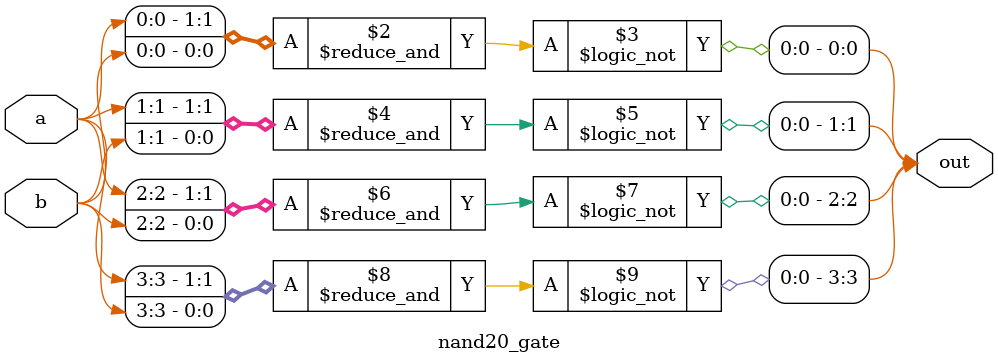
<source format=v>
module nand20_gate (
    input wire [3:0] a,
    input wire [3:0] b,
    output reg [3:0] out
);

    always @(*) begin
        out[0] = ~&{a[0], b[0]};
        out[1] = ~&{a[1], b[1]};
        out[2] = ~&{a[2], b[2]};
        out[3] = ~&{a[3], b[3]};
    end
    
endmodule

</source>
